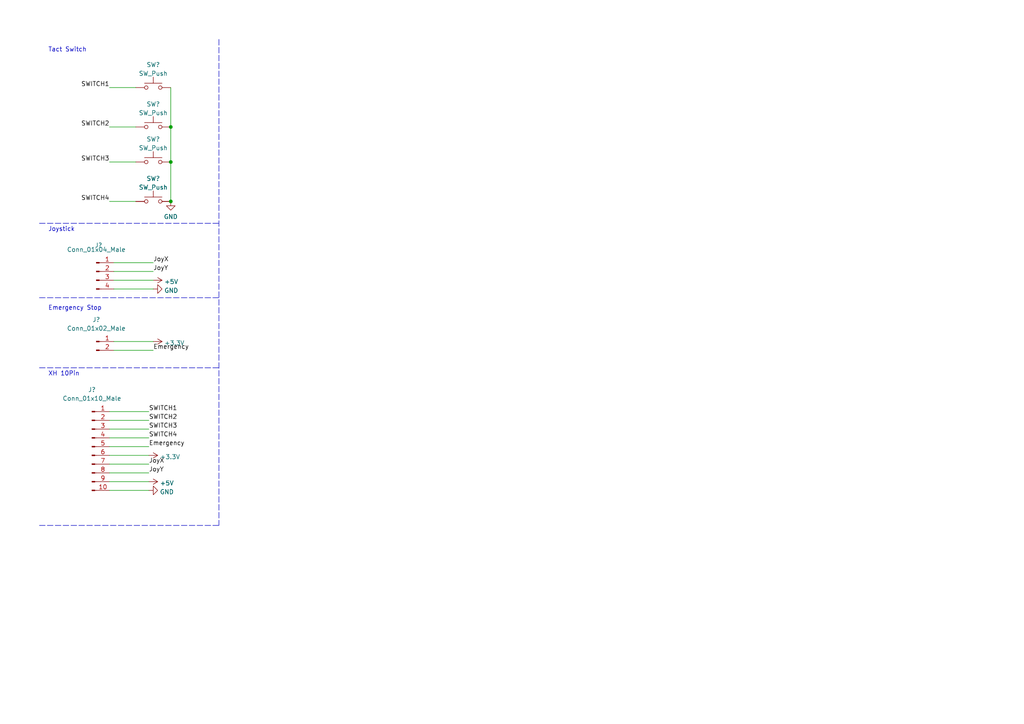
<source format=kicad_sch>
(kicad_sch (version 20211123) (generator eeschema)
  (paper "A4")
  (lib_symbols
    (symbol "Connector:Conn_01x02_Male" (pin_names (offset 1.016) hide)
      (property "Reference" "J" (at 0 2.54 0))
      (property "Value" "Conn_01x02_Male" (at 0 -5.08 0))
      (symbol "Conn_01x02_Male_1_1"
        (polyline (pts (xy 1.27 -2.54) (xy 0.8636 -2.54)) (stroke (width 0.1524)))
        (polyline (pts (xy 1.27 0) (xy 0.8636 0)) (stroke (width 0.1524)))
        (rectangle (start 0.8636 -2.413) (end 0 -2.667) (stroke (width 0.1524)) (fill (type outline)))
        (rectangle (start 0.8636 0.127) (end 0 -0.127) (stroke (width 0.1524)) (fill (type outline)))
        (pin passive line (at 5.08 0 180) (length 3.81) (name "Pin_1") (number "1"))
        (pin passive line (at 5.08 -2.54 180) (length 3.81) (name "Pin_2") (number "2"))
      )
    )
    (symbol "Connector:Conn_01x04_Male" (pin_names (offset 1.016) hide)
      (property "Reference" "J" (at 0 5.08 0))
      (property "Value" "Conn_01x04_Male" (at 0 -7.62 0))
      (symbol "Conn_01x04_Male_1_1"
        (polyline (pts (xy 1.27 -5.08) (xy 0.8636 -5.08)) (stroke (width 0.1524)))
        (polyline (pts (xy 1.27 -2.54) (xy 0.8636 -2.54)) (stroke (width 0.1524)))
        (polyline (pts (xy 1.27 0) (xy 0.8636 0)) (stroke (width 0.1524)))
        (polyline (pts (xy 1.27 2.54) (xy 0.8636 2.54)) (stroke (width 0.1524)))
        (rectangle (start 0.8636 -4.953) (end 0 -5.207) (stroke (width 0.1524)) (fill (type outline)))
        (rectangle (start 0.8636 -2.413) (end 0 -2.667) (stroke (width 0.1524)) (fill (type outline)))
        (rectangle (start 0.8636 0.127) (end 0 -0.127) (stroke (width 0.1524)) (fill (type outline)))
        (rectangle (start 0.8636 2.667) (end 0 2.413) (stroke (width 0.1524)) (fill (type outline)))
        (pin passive line (at 5.08 2.54 180) (length 3.81) (name "Pin_1") (number "1"))
        (pin passive line (at 5.08 0 180) (length 3.81) (name "Pin_2") (number "2"))
        (pin passive line (at 5.08 -2.54 180) (length 3.81) (name "Pin_3") (number "3"))
        (pin passive line (at 5.08 -5.08 180) (length 3.81) (name "Pin_4") (number "4"))
      )
    )
    (symbol "Connector:Conn_01x10_Male" (pin_names (offset 1.016) hide)
      (property "Reference" "J" (at 0 12.7 0))
      (property "Value" "Conn_01x10_Male" (at 0 -15.24 0))
      (symbol "Conn_01x10_Male_1_1"
        (polyline (pts (xy 1.27 -12.7) (xy 0.8636 -12.7)) (stroke (width 0.1524)))
        (polyline (pts (xy 1.27 -10.16) (xy 0.8636 -10.16)) (stroke (width 0.1524)))
        (polyline (pts (xy 1.27 -7.62) (xy 0.8636 -7.62)) (stroke (width 0.1524)))
        (polyline (pts (xy 1.27 -5.08) (xy 0.8636 -5.08)) (stroke (width 0.1524)))
        (polyline (pts (xy 1.27 -2.54) (xy 0.8636 -2.54)) (stroke (width 0.1524)))
        (polyline (pts (xy 1.27 0) (xy 0.8636 0)) (stroke (width 0.1524)))
        (polyline (pts (xy 1.27 2.54) (xy 0.8636 2.54)) (stroke (width 0.1524)))
        (polyline (pts (xy 1.27 5.08) (xy 0.8636 5.08)) (stroke (width 0.1524)))
        (polyline (pts (xy 1.27 7.62) (xy 0.8636 7.62)) (stroke (width 0.1524)))
        (polyline (pts (xy 1.27 10.16) (xy 0.8636 10.16)) (stroke (width 0.1524)))
        (rectangle (start 0.8636 -12.573) (end 0 -12.827) (stroke (width 0.1524)) (fill (type outline)))
        (rectangle (start 0.8636 -10.033) (end 0 -10.287) (stroke (width 0.1524)) (fill (type outline)))
        (rectangle (start 0.8636 -7.493) (end 0 -7.747) (stroke (width 0.1524)) (fill (type outline)))
        (rectangle (start 0.8636 -4.953) (end 0 -5.207) (stroke (width 0.1524)) (fill (type outline)))
        (rectangle (start 0.8636 -2.413) (end 0 -2.667) (stroke (width 0.1524)) (fill (type outline)))
        (rectangle (start 0.8636 0.127) (end 0 -0.127) (stroke (width 0.1524)) (fill (type outline)))
        (rectangle (start 0.8636 2.667) (end 0 2.413) (stroke (width 0.1524)) (fill (type outline)))
        (rectangle (start 0.8636 5.207) (end 0 4.953) (stroke (width 0.1524)) (fill (type outline)))
        (rectangle (start 0.8636 7.747) (end 0 7.493) (stroke (width 0.1524)) (fill (type outline)))
        (rectangle (start 0.8636 10.287) (end 0 10.033) (stroke (width 0.1524)) (fill (type outline)))
        (pin passive line (at 5.08 10.16 180) (length 3.81) (name "Pin_1") (number "1"))
        (pin passive line (at 5.08 -12.7 180) (length 3.81) (name "Pin_10") (number "10"))
        (pin passive line (at 5.08 7.62 180) (length 3.81) (name "Pin_2") (number "2"))
        (pin passive line (at 5.08 5.08 180) (length 3.81) (name "Pin_3") (number "3"))
        (pin passive line (at 5.08 2.54 180) (length 3.81) (name "Pin_4") (number "4"))
        (pin passive line (at 5.08 0 180) (length 3.81) (name "Pin_5") (number "5"))
        (pin passive line (at 5.08 -2.54 180) (length 3.81) (name "Pin_6") (number "6"))
        (pin passive line (at 5.08 -5.08 180) (length 3.81) (name "Pin_7") (number "7"))
        (pin passive line (at 5.08 -7.62 180) (length 3.81) (name "Pin_8") (number "8"))
        (pin passive line (at 5.08 -10.16 180) (length 3.81) (name "Pin_9") (number "9"))
      )
    )
    (symbol "Switch:SW_Push" (pin_numbers hide) (pin_names (offset 1.016) hide)
      (property "Reference" "SW" (at 1.27 2.54 0))
      (property "Value" "SW_Push" (at 0 -1.524 0))
      (symbol "SW_Push_0_1"
        (circle (center -2.032 0) (radius 0.508))
        (polyline (pts (xy 0 1.27) (xy 0 3.048)))
        (polyline (pts (xy 2.54 1.27) (xy -2.54 1.27)))
        (circle (center 2.032 0) (radius 0.508))
        (pin passive line (at -5.08 0 0) (length 2.54) (name "1") (number "1"))
        (pin passive line (at 5.08 0 180) (length 2.54) (name "2") (number "2"))
      )
    )
    (symbol "power:+3.3V" (power) (pin_names (offset 0))
      (property "Value" "+3.3V" (at 0 3.556 0))
      (symbol "+3.3V_0_1"
        (polyline (pts (xy -0.762 1.27) (xy 0 2.54)))
        (polyline (pts (xy 0 0) (xy 0 2.54)))
        (polyline (pts (xy 0 2.54) (xy 0.762 1.27)))
      )
      (symbol "+3.3V_1_1"
        (pin power_in line (at 0 0 90) (length 0) hide (name "+3.3V") (number "1"))
      )
    )
    (symbol "power:+5V" (power) (pin_names (offset 0))
      (property "Value" "+5V" (at 0 3.556 0))
      (symbol "+5V_0_1"
        (polyline (pts (xy -0.762 1.27) (xy 0 2.54)))
        (polyline (pts (xy 0 0) (xy 0 2.54)))
        (polyline (pts (xy 0 2.54) (xy 0.762 1.27)))
      )
      (symbol "+5V_1_1"
        (pin power_in line (at 0 0 90) (length 0) hide (name "+5V") (number "1"))
      )
    )
    (symbol "power:GND" (power) (pin_names (offset 0))
      (property "Value" "GND" (at 0 -3.81 0))
      (symbol "GND_0_1"
        (polyline (pts (xy 0 0) (xy 0 -1.27) (xy 1.27 -1.27) (xy 0 -2.54) (xy -1.27 -1.27) (xy 0 -1.27)))
      )
      (symbol "GND_1_1"
        (pin power_in line (at 0 0 270) (length 0) hide (name "GND") (number "1"))
      )
    )
  )
  (junction (at 49.53 46.99))
  (junction (at 49.53 58.42))
  (junction (at 49.53 36.83))
  (wire (pts (xy 31.75 119.38) (xy 43.18 119.38)))
  (wire (pts (xy 33.02 76.2) (xy 44.45 76.2)))
  (wire (pts (xy 31.75 134.62) (xy 43.18 134.62)))
  (wire (pts (xy 31.75 132.08) (xy 43.18 132.08)))
  (wire (pts (xy 31.75 58.42) (xy 39.37 58.42)))
  (wire (pts (xy 49.53 36.83) (xy 49.53 46.99)))
  (polyline (pts (xy 11.43 64.77) (xy 63.5 64.77)))
  (polyline (pts (xy 63.5 11.43) (xy 63.5 152.4)))
  (wire (pts (xy 31.75 121.92) (xy 43.18 121.92)))
  (wire (pts (xy 33.02 99.06) (xy 44.45 99.06)))
  (wire (pts (xy 31.75 142.24) (xy 43.18 142.24)))
  (wire (pts (xy 33.02 101.6) (xy 44.45 101.6)))
  (wire (pts (xy 33.02 78.74) (xy 44.45 78.74)))
  (wire (pts (xy 31.75 129.54) (xy 43.18 129.54)))
  (wire (pts (xy 31.75 124.46) (xy 43.18 124.46)))
  (wire (pts (xy 31.75 127) (xy 43.18 127)))
  (wire (pts (xy 31.75 25.4) (xy 39.37 25.4)))
  (wire (pts (xy 49.53 46.99) (xy 49.53 58.42)))
  (wire (pts (xy 31.75 36.83) (xy 39.37 36.83)))
  (polyline (pts (xy 11.43 152.4) (xy 63.5 152.4)))
  (wire (pts (xy 49.53 25.4) (xy 49.53 36.83)))
  (wire (pts (xy 31.75 137.16) (xy 43.18 137.16)))
  (wire (pts (xy 33.02 83.82) (xy 44.45 83.82)))
  (wire (pts (xy 33.02 81.28) (xy 44.45 81.28)))
  (wire (pts (xy 31.75 46.99) (xy 39.37 46.99)))
  (polyline (pts (xy 11.43 86.36) (xy 63.5 86.36)))
  (wire (pts (xy 31.75 139.7) (xy 43.18 139.7)))
  (polyline (pts (xy 11.43 106.68) (xy 63.5 106.68)))
  (text "XH 10Pin" (at 13.97 109.22 0) (effects (font (size 1.27 1.27)) (justify left bottom)))
  (text "Tact Switch" (at 13.97 15.24 0) (effects (font (size 1.27 1.27)) (justify left bottom)))
  (text "Joystick" (at 13.97 67.31 0) (effects (font (size 1.27 1.27)) (justify left bottom)))
  (text "Emergency Stop" (at 13.97 90.17 0) (effects (font (size 1.27 1.27)) (justify left bottom)))
  (label "SWITCH3" (at 31.75 46.99 180))
  (label "SWITCH2" (at 31.75 36.83 180))
  (label "SWITCH4" (at 43.18 127 0))
  (label "Emergency" (at 43.18 129.54 0))
  (label "SWITCH3" (at 43.18 124.46 0))
  (label "Emergency" (at 44.45 101.6 0))
  (label "JoyY" (at 44.45 78.74 0))
  (label "SWITCH1" (at 43.18 119.38 0))
  (label "SWITCH2" (at 43.18 121.92 0))
  (label "SWITCH1" (at 31.75 25.4 180))
  (label "SWITCH4" (at 31.75 58.42 180))
  (label "JoyY" (at 43.18 137.16 0))
  (label "JoyX" (at 43.18 134.62 0))
  (label "JoyX" (at 44.45 76.2 0))
  (symbol (lib_id "power:+3.3V") (at 43.18 132.08 270) (unit 1)
    (property "Reference" "#PWR?" (effects hide))
    (property "Value" "+3.3V" (at 46.355 132.5138 90) (effects (justify left)))
  )
  (symbol (lib_id "Connector:Conn_01x04_Male") (at 27.94 78.74 0) (unit 1)
    (property "Reference" "J?" (at 28.575 71.154 0))
    (property "Value" "Conn_01x04_Male" (at 27.94 72.39 0))
  )
  (symbol (lib_id "power:GND") (at 43.18 142.24 90) (unit 1)
    (property "Reference" "#PWR?" (effects hide))
    (property "Value" "GND" (at 46.355 142.6738 90) (effects (justify right)))
  )
  (symbol (lib_id "Switch:SW_Push") (at 44.45 58.42 0) (unit 1)
    (property "Reference" "SW?" (at 44.45 51.7992 0))
    (property "Value" "SW_Push" (at 44.45 54.3361 0))
  )
  (symbol (lib_id "Switch:SW_Push") (at 44.45 25.4 0) (unit 1)
    (property "Reference" "SW?" (at 44.45 18.7792 0))
    (property "Value" "SW_Push" (at 44.45 21.3161 0))
  )
  (symbol (lib_id "Switch:SW_Push") (at 44.45 46.99 0) (unit 1)
    (property "Reference" "SW?" (at 44.45 40.3692 0))
    (property "Value" "SW_Push" (at 44.45 42.9061 0))
  )
  (symbol (lib_id "power:+3.3V") (at 44.45 99.06 270) (unit 1)
    (property "Reference" "#PWR?" (effects hide))
    (property "Value" "+3.3V" (at 47.625 99.4938 90) (effects (justify left)))
  )
  (symbol (lib_id "power:+5V") (at 44.45 81.28 270) (unit 1)
    (property "Reference" "#PWR?" (effects hide))
    (property "Value" "+5V" (at 47.625 81.7138 90) (effects (justify left)))
  )
  (symbol (lib_id "Switch:SW_Push") (at 44.45 36.83 0) (unit 1)
    (property "Reference" "SW?" (at 44.45 30.2092 0))
    (property "Value" "SW_Push" (at 44.45 32.7461 0))
  )
  (symbol (lib_id "Connector:Conn_01x02_Male") (at 27.94 99.06 0) (unit 1)
    (property "Reference" "J?" (at 27.94 92.7131 0))
    (property "Value" "Conn_01x02_Male" (at 27.94 95.25 0))
  )
  (symbol (lib_id "power:GND") (at 49.53 58.42 0) (unit 1)
    (property "Reference" "#PWR?" (effects hide))
    (property "Value" "GND" (at 49.53 62.8634 0))
  )
  (symbol (lib_id "power:GND") (at 44.45 83.82 90) (unit 1)
    (property "Reference" "#PWR?" (effects hide))
    (property "Value" "GND" (at 47.625 84.2538 90) (effects (justify right)))
  )
  (symbol (lib_id "Connector:Conn_01x10_Male") (at 26.67 129.54 0) (unit 1)
    (property "Reference" "J?" (at 26.67 113.03 0))
    (property "Value" "Conn_01x10_Male" (at 26.67 115.5669 0))
  )
  (symbol (lib_id "power:+5V") (at 43.18 139.7 270) (unit 1)
    (property "Reference" "#PWR?" (effects hide))
    (property "Value" "+5V" (at 46.355 140.1338 90) (effects (justify left)))
  )
)
</source>
